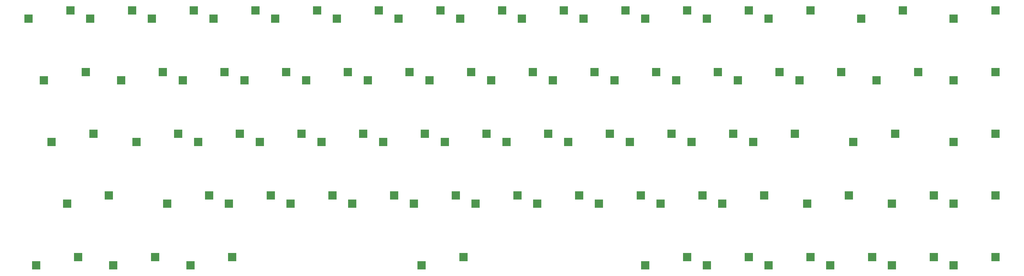
<source format=gbp>
G04 #@! TF.GenerationSoftware,KiCad,Pcbnew,5.1.10-88a1d61d58~90~ubuntu20.04.1*
G04 #@! TF.CreationDate,2021-10-08T00:04:58+03:00*
G04 #@! TF.ProjectId,discipline-pcb,64697363-6970-46c6-996e-652d7063622e,rev?*
G04 #@! TF.SameCoordinates,Original*
G04 #@! TF.FileFunction,Paste,Bot*
G04 #@! TF.FilePolarity,Positive*
%FSLAX46Y46*%
G04 Gerber Fmt 4.6, Leading zero omitted, Abs format (unit mm)*
G04 Created by KiCad (PCBNEW 5.1.10-88a1d61d58~90~ubuntu20.04.1) date 2021-10-08 00:04:58*
%MOMM*%
%LPD*%
G01*
G04 APERTURE LIST*
%ADD10R,2.550000X2.500000*%
G04 APERTURE END LIST*
D10*
X62261750Y-118903750D03*
X75188750Y-116363750D03*
X77570050Y-135403620D03*
X64643050Y-137943620D03*
X69405450Y-157003750D03*
X82332450Y-154463750D03*
X120432450Y-173503620D03*
X107505450Y-176043620D03*
X96620050Y-173513750D03*
X83693050Y-176053750D03*
X72807450Y-173503620D03*
X59880450Y-176043620D03*
X356176250Y-97313750D03*
X343249250Y-99853750D03*
X356176250Y-116363750D03*
X343249250Y-118903750D03*
X356176250Y-135413750D03*
X343249250Y-137953750D03*
X356176250Y-154463750D03*
X343249250Y-157003750D03*
X356176250Y-173513750D03*
X343249250Y-176053750D03*
X337126250Y-154463750D03*
X324199250Y-157003750D03*
X308551250Y-116363750D03*
X295624250Y-118903750D03*
X299026250Y-97313750D03*
X286099250Y-99853750D03*
X284739250Y-154463750D03*
X271812250Y-157003750D03*
X294263250Y-135413750D03*
X281336250Y-137953750D03*
X289501250Y-116363750D03*
X276574250Y-118903750D03*
X279976250Y-97313750D03*
X267049250Y-99853750D03*
X265689250Y-154463750D03*
X252762250Y-157003750D03*
X275213250Y-135413750D03*
X262286250Y-137953750D03*
X270451250Y-116363750D03*
X257524250Y-118903750D03*
X260926250Y-97313750D03*
X247999250Y-99853750D03*
X246639250Y-154463750D03*
X233712250Y-157003750D03*
X299066528Y-173503620D03*
X286139528Y-176043620D03*
X337126250Y-173513750D03*
X324199250Y-176053750D03*
X318076250Y-173513750D03*
X305149250Y-176053750D03*
X191870250Y-173513750D03*
X178943250Y-176053750D03*
X227589250Y-154463750D03*
X214662250Y-157003750D03*
X208539250Y-154463750D03*
X195612250Y-157003750D03*
X189489250Y-154463750D03*
X176562250Y-157003750D03*
X170439250Y-154463750D03*
X157512250Y-157003750D03*
X151388750Y-154463750D03*
X138461750Y-157003750D03*
X132338750Y-154463750D03*
X119411750Y-157003750D03*
X113288750Y-154463750D03*
X100361750Y-157003750D03*
X256163250Y-135413750D03*
X243236250Y-137953750D03*
X237113250Y-135413750D03*
X224186250Y-137953750D03*
X218063250Y-135413750D03*
X205136250Y-137953750D03*
X199013250Y-135413750D03*
X186086250Y-137953750D03*
X179963250Y-135413750D03*
X167036250Y-137953750D03*
X160913250Y-135413750D03*
X147986250Y-137953750D03*
X141863750Y-135413750D03*
X128936750Y-137953750D03*
X122813750Y-135413750D03*
X109886750Y-137953750D03*
X103763750Y-135413750D03*
X90836750Y-137953750D03*
X251401250Y-116363750D03*
X238474250Y-118903750D03*
X232351250Y-116363750D03*
X219424250Y-118903750D03*
X213301250Y-116363750D03*
X200374250Y-118903750D03*
X194251250Y-116363750D03*
X181324250Y-118903750D03*
X175201250Y-116363750D03*
X162274250Y-118903750D03*
X156151250Y-116363750D03*
X143224250Y-118903750D03*
X118051250Y-116363750D03*
X105124250Y-118903750D03*
X99001250Y-116363750D03*
X86074250Y-118903750D03*
X241876250Y-97313750D03*
X228949250Y-99853750D03*
X222826250Y-97313750D03*
X209899250Y-99853750D03*
X203776250Y-97313750D03*
X190849250Y-99853750D03*
X184726250Y-97313750D03*
X171799250Y-99853750D03*
X165676250Y-97313750D03*
X152749250Y-99853750D03*
X146626250Y-97313750D03*
X133699250Y-99853750D03*
X127576250Y-97313750D03*
X114649250Y-99853750D03*
X108526250Y-97313750D03*
X95599250Y-99853750D03*
X89476250Y-97313750D03*
X76549250Y-99853750D03*
X70426250Y-97313750D03*
X57499250Y-99853750D03*
X137101250Y-116363750D03*
X124174250Y-118903750D03*
X260955884Y-173503620D03*
X248028884Y-176043620D03*
X280011206Y-173513750D03*
X267084206Y-176053750D03*
X310932250Y-154463750D03*
X298005250Y-157003750D03*
X314674250Y-99853750D03*
X327601250Y-97313750D03*
X319436250Y-118903750D03*
X332363250Y-116363750D03*
X312293250Y-137953750D03*
X325220250Y-135413750D03*
M02*

</source>
